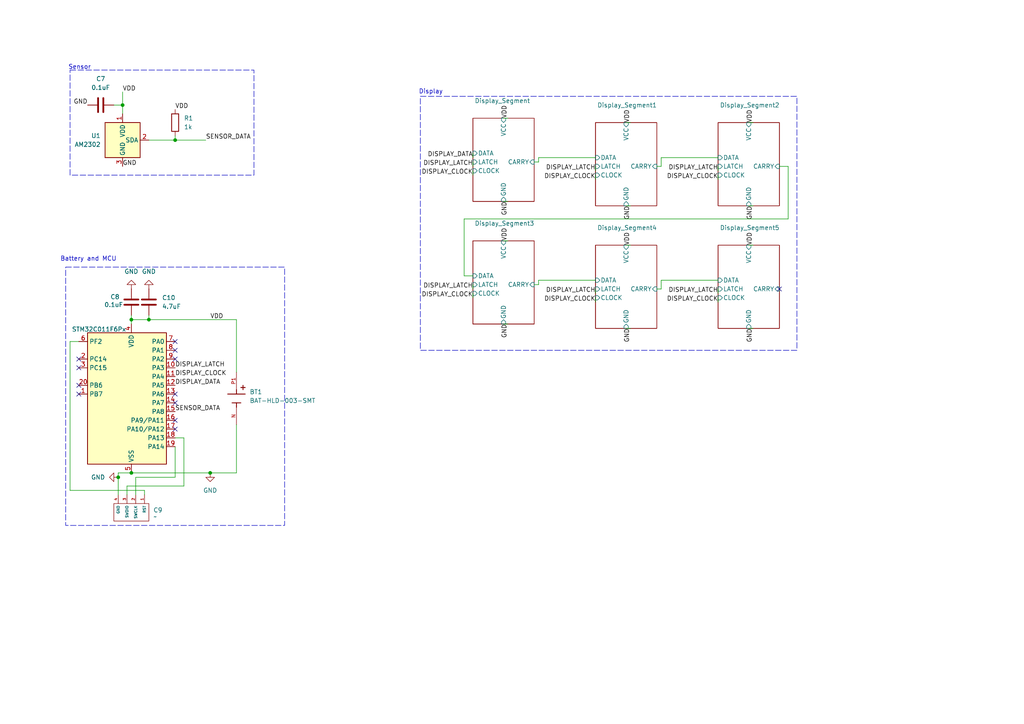
<source format=kicad_sch>
(kicad_sch (version 20231120) (generator "eeschema") (generator_version "8.0")
  (paper "A4")
  (title_block (title "Thermometer") (rev "0.1") (comment 1 "A simple temperature and humidity sensor"))
  (lib_symbols
    (symbol "Device:C" (pin_numbers hide) (pin_names (offset 0.254))
      (property "Reference" "C" (at 0.635 2.54 0))
      (property "Value" "C" (at 0.635 -2.54 0))
      (symbol "C_0_1"
        (polyline (pts (xy -2.032 -0.762) (xy 2.032 -0.762)) (stroke (width 0.508)))
        (polyline (pts (xy -2.032 0.762) (xy 2.032 0.762)) (stroke (width 0.508)))
      )
      (symbol "C_1_1"
        (pin passive line (at 0 3.81 270) (length 2.794) (name "~") (number "1"))
        (pin passive line (at 0 -3.81 90) (length 2.794) (name "~") (number "2"))
      )
    )
    (symbol "Device:R" (pin_numbers hide) (pin_names (offset 0))
      (property "Reference" "R" (at 2.032 0 90))
      (property "Value" "R" (at 0 0 90))
      (symbol "R_0_1"
        (rectangle (start -1.016 -2.54) (end 1.016 2.54) (stroke (width 0.254)))
      )
      (symbol "R_1_1"
        (pin passive line (at 0 3.81 270) (length 1.27) (name "~") (number "1"))
        (pin passive line (at 0 -3.81 90) (length 1.27) (name "~") (number "2"))
      )
    )
    (symbol "MCU_ST_STM32C0:STM32C011F6Px"
      (property "Reference" "U" (at -10.16 21.59 0))
      (property "Value" "STM32C011F6Px" (at 5.08 21.59 0))
      (symbol "STM32C011F6Px_0_1"
        (rectangle (start -10.16 -17.78) (end 12.7 20.32) (stroke (width 0.254)) (fill (type background)))
      )
      (symbol "STM32C011F6Px_1_1"
        (pin bidirectional line (at -12.7 2.54 0) (length 2.54) (name "PB7") (number "1"))
        (pin bidirectional line (at 15.24 10.16 180) (length 2.54) (name "PA3") (number "10"))
        (pin bidirectional line (at 15.24 7.62 180) (length 2.54) (name "PA4") (number "11"))
        (pin bidirectional line (at 15.24 5.08 180) (length 2.54) (name "PA5") (number "12"))
        (pin bidirectional line (at 15.24 2.54 180) (length 2.54) (name "PA6") (number "13"))
        (pin bidirectional line (at 15.24 0 180) (length 2.54) (name "PA7") (number "14"))
        (pin bidirectional line (at 15.24 -2.54 180) (length 2.54) (name "PA8") (number "15"))
        (pin bidirectional line (at 15.24 -5.08 180) (length 2.54) (name "PA9/PA11") (number "16"))
        (pin bidirectional line (at 15.24 -7.62 180) (length 2.54) (name "PA10/PA12") (number "17"))
        (pin bidirectional line (at 15.24 -10.16 180) (length 2.54) (name "PA13") (number "18"))
        (pin bidirectional line (at 15.24 -12.7 180) (length 2.54) (name "PA14") (number "19"))
        (pin bidirectional line (at -12.7 12.7 0) (length 2.54) (name "PC14") (number "2"))
        (pin bidirectional line (at -12.7 5.08 0) (length 2.54) (name "PB6") (number "20"))
        (pin bidirectional line (at -12.7 10.16 0) (length 2.54) (name "PC15") (number "3"))
        (pin power_in line (at 2.54 22.86 270) (length 2.54) (name "VDD") (number "4"))
        (pin power_in line (at 2.54 -20.32 90) (length 2.54) (name "VSS") (number "5"))
        (pin bidirectional line (at -12.7 17.78 0) (length 2.54) (name "PF2") (number "6"))
        (pin bidirectional line (at 15.24 17.78 180) (length 2.54) (name "PA0") (number "7"))
        (pin bidirectional line (at 15.24 15.24 180) (length 2.54) (name "PA1") (number "8"))
        (pin bidirectional line (at 15.24 12.7 180) (length 2.54) (name "PA2") (number "9"))
      )
    )
    (symbol "SWD-INT-TH_1"
      (property "Reference" "C" (at 0 3.048 0))
      (symbol "SWD-INT-TH_1_1_1"
        (rectangle (start -6.35 1.27) (end 3.81 -3.81))
        (pin passive line (at -5.08 -6.35 90) (length 2.54) (name "RST") (number "1"))
        (pin bidirectional line (at -2.54 -6.35 90) (length 2.54) (name "SWCLK") (number "2"))
        (pin bidirectional line (at 0 -6.35 90) (length 2.54) (name "SWDIO") (number "3"))
        (pin power_in line (at 2.54 -6.35 90) (length 2.54) (name "GND") (number "4"))
      )
    )
    (symbol "Sensor:AM2302"
      (property "Reference" "U" (at -3.81 6.35 0))
      (property "Value" "AM2302" (at 3.81 6.35 0))
      (symbol "AM2302_0_1"
        (rectangle (start -5.08 5.08) (end 5.08 -5.08) (stroke (width 0.254)) (fill (type background)))
      )
      (symbol "AM2302_1_1"
        (pin power_in line (at 0 7.62 270) (length 2.54) (name "VDD") (number "1"))
        (pin bidirectional line (at 7.62 0 180) (length 2.54) (name "SDA") (number "2"))
        (pin power_in line (at 0 -7.62 90) (length 2.54) (name "GND") (number "3"))
        (pin passive line (at 0 -7.62 90) (length 2.54) hide (name "GND") (number "4"))
      )
    )
    (symbol "my_lib:BAT-HLD-003-SMT" (pin_names (offset 0.002))
      (property "Reference" "BT" (at -1.27 3.81 0))
      (property "Value" "BAT-HLD-003-SMT" (at -8.89 -5.08 0))
      (symbol "BAT-HLD-003-SMT_0_0"
        (polyline (pts (xy -3.81 1.905) (xy -2.54 1.905)) (stroke (width 0.254)))
        (polyline (pts (xy -3.175 2.54) (xy -3.175 1.27)) (stroke (width 0.254)))
        (polyline (pts (xy -1.27 0) (xy -2.54 0)) (stroke (width 0.254)))
        (polyline (pts (xy -1.27 0) (xy -1.27 -2.54)) (stroke (width 0.254)))
        (polyline (pts (xy -1.27 2.54) (xy -1.27 0)) (stroke (width 0.254)))
        (polyline (pts (xy 1.27 0) (xy 1.27 -1.27)) (stroke (width 0.254)))
        (polyline (pts (xy 1.27 0) (xy 2.54 0)) (stroke (width 0.254)))
        (polyline (pts (xy 1.27 1.27) (xy 1.27 0)) (stroke (width 0.254)))
      )
      (symbol "BAT-HLD-003-SMT_1_0"
        (pin power_out line (at 7.62 0 180) (length 5.08) (name "~") (number "N"))
        (pin power_out line (at -7.62 0 0) (length 5.08) (name "~") (number "P1"))
      )
    )
    (symbol "power:GND" (power) (pin_numbers hide) (pin_names (offset 0) hide)
      (property "Value" "GND" (at 0 -3.81 0))
      (symbol "GND_0_1"
        (polyline (pts (xy 0 0) (xy 0 -1.27) (xy 1.27 -1.27) (xy 0 -2.54) (xy -1.27 -1.27) (xy 0 -1.27)))
      )
      (symbol "GND_1_1"
        (pin power_in line (at 0 0 270) (length 0) (name "~") (number "1"))
      )
    )
  )
  (junction (at 60.96 137.16))
  (junction (at 38.1 92.71))
  (junction (at 34.29 138.43))
  (junction (at 50.8 40.64))
  (junction (at 43.18 92.71))
  (junction (at 35.56 30.48))
  (junction (at 38.1 137.16))
  (no_connect (at 22.86 114.3))
  (no_connect (at 50.8 99.06))
  (no_connect (at 50.8 121.92))
  (no_connect (at 22.86 106.68))
  (no_connect (at 50.8 124.46))
  (no_connect (at 50.8 104.14))
  (no_connect (at 50.8 101.6))
  (no_connect (at 22.86 104.14))
  (no_connect (at 226.06 83.82))
  (no_connect (at 22.86 111.76))
  (no_connect (at 50.8 114.3))
  (no_connect (at 50.8 116.84))
  (wire (pts (xy 68.58 92.71) (xy 68.58 107.95)))
  (wire (pts (xy 50.8 127) (xy 53.34 127)))
  (wire (pts (xy 208.28 85.09) (xy 208.28 83.82)))
  (wire (pts (xy 53.34 127) (xy 53.34 140.97)))
  (wire (pts (xy 68.58 123.19) (xy 68.58 137.16)))
  (wire (pts (xy 156.21 82.55) (xy 156.21 81.28)))
  (wire (pts (xy 190.5 83.82) (xy 191.77 83.82)))
  (wire (pts (xy 147.32 34.29) (xy 146.05 34.29)))
  (wire (pts (xy 60.96 137.16) (xy 68.58 137.16)))
  (wire (pts (xy 191.77 83.82) (xy 191.77 81.28)))
  (wire (pts (xy 43.18 92.71) (xy 68.58 92.71)))
  (wire (pts (xy 172.72 52.07) (xy 172.72 50.8)))
  (wire (pts (xy 53.34 140.97) (xy 36.83 140.97)))
  (wire (pts (xy 182.88 35.56) (xy 181.61 35.56)))
  (wire (pts (xy 137.16 48.26) (xy 137.16 46.99)))
  (wire (pts (xy 156.21 81.28) (xy 172.72 81.28)))
  (wire (pts (xy 191.77 81.28) (xy 208.28 81.28)))
  (wire (pts (xy 20.32 99.06) (xy 20.32 142.24)))
  (wire (pts (xy 226.06 48.26) (xy 228.6 48.26)))
  (wire (pts (xy 33.02 30.48) (xy 35.56 30.48)))
  (wire (pts (xy 172.72 87.63) (xy 172.72 86.36)))
  (wire (pts (xy 35.56 26.67) (xy 35.56 30.48)))
  (wire (pts (xy 208.28 52.07) (xy 208.28 50.8)))
  (wire (pts (xy 35.56 30.48) (xy 35.56 33.02)))
  (wire (pts (xy 134.62 80.01) (xy 137.16 80.01)))
  (wire (pts (xy 34.29 137.16) (xy 34.29 138.43)))
  (wire (pts (xy 38.1 91.44) (xy 38.1 92.71)))
  (wire (pts (xy 36.83 140.97) (xy 36.83 143.51)))
  (wire (pts (xy 137.16 86.36) (xy 137.16 85.09)))
  (wire (pts (xy 137.16 45.72) (xy 137.16 44.45)))
  (wire (pts (xy 156.21 45.72) (xy 172.72 45.72)))
  (wire (pts (xy 50.8 138.43) (xy 39.37 138.43)))
  (wire (pts (xy 154.94 46.99) (xy 156.21 46.99)))
  (wire (pts (xy 208.28 87.63) (xy 208.28 86.36)))
  (wire (pts (xy 191.77 45.72) (xy 208.28 45.72)))
  (wire (pts (xy 218.44 59.69) (xy 217.17 59.69)))
  (wire (pts (xy 172.72 49.53) (xy 172.72 48.26)))
  (wire (pts (xy 43.18 40.64) (xy 50.8 40.64)))
  (wire (pts (xy 190.5 48.26) (xy 191.77 48.26)))
  (wire (pts (xy 20.32 142.24) (xy 41.91 142.24)))
  (wire (pts (xy 147.32 58.42) (xy 146.05 58.42)))
  (wire (pts (xy 228.6 63.5) (xy 134.62 63.5)))
  (wire (pts (xy 137.16 83.82) (xy 137.16 82.55)))
  (wire (pts (xy 191.77 48.26) (xy 191.77 45.72)))
  (wire (pts (xy 182.88 95.25) (xy 181.61 95.25)))
  (wire (pts (xy 137.16 50.8) (xy 137.16 49.53)))
  (wire (pts (xy 38.1 137.16) (xy 60.96 137.16)))
  (wire (pts (xy 218.44 95.25) (xy 217.17 95.25)))
  (wire (pts (xy 208.28 49.53) (xy 208.28 48.26)))
  (wire (pts (xy 38.1 137.16) (xy 34.29 137.16)))
  (wire (pts (xy 34.29 138.43) (xy 34.29 143.51)))
  (wire (pts (xy 172.72 85.09) (xy 172.72 83.82)))
  (wire (pts (xy 147.32 93.98) (xy 146.05 93.98)))
  (wire (pts (xy 50.8 40.64) (xy 59.69 40.64)))
  (wire (pts (xy 41.91 142.24) (xy 41.91 143.51)))
  (wire (pts (xy 218.44 35.56) (xy 217.17 35.56)))
  (wire (pts (xy 154.94 82.55) (xy 156.21 82.55)))
  (wire (pts (xy 38.1 92.71) (xy 38.1 93.98)))
  (wire (pts (xy 50.8 129.54) (xy 50.8 138.43)))
  (wire (pts (xy 50.8 39.37) (xy 50.8 40.64)))
  (wire (pts (xy 156.21 46.99) (xy 156.21 45.72)))
  (wire (pts (xy 218.44 71.12) (xy 217.17 71.12)))
  (wire (pts (xy 22.86 99.06) (xy 20.32 99.06)))
  (wire (pts (xy 134.62 63.5) (xy 134.62 80.01)))
  (wire (pts (xy 182.88 71.12) (xy 181.61 71.12)))
  (wire (pts (xy 39.37 138.43) (xy 39.37 143.51)))
  (wire (pts (xy 147.32 69.85) (xy 146.05 69.85)))
  (wire (pts (xy 228.6 48.26) (xy 228.6 63.5)))
  (wire (pts (xy 43.18 91.44) (xy 43.18 92.71)))
  (wire (pts (xy 182.88 59.69) (xy 181.61 59.69)))
  (wire (pts (xy 43.18 92.71) (xy 38.1 92.71)))
  (rectangle (start 20.32 20.32) (end 73.66 50.8) (stroke (width 0) (type dash)))
  (rectangle (start 19.05 77.47) (end 82.55 152.4) (stroke (width 0) (type dash)))
  (rectangle (start 121.92 27.94) (end 231.14 101.6) (stroke (width 0) (type dash)))
  (text "Sensor" (at 23.114 19.558 0) (effects (font (size 1.27 1.27))))
  (text "Display" (at 124.968 26.67 0) (effects (font (size 1.27 1.27))))
  (text "Battery and MCU\n" (at 25.654 75.184 0) (effects (font (size 1.27 1.27))))
  (label "DISPLAY_DATA" (at 137.16 45.72 180))
  (label "DISPLAY_CLOCK" (at 208.28 52.07 180))
  (label "GND" (at 147.32 93.98 270))
  (label "DISPLAY_LATCH" (at 137.16 48.26 180))
  (label "DISPLAY_LATCH" (at 208.28 85.09 180))
  (label "SENSOR_DATA" (at 59.69 40.64 0))
  (label "VDD" (at 182.88 71.12 90))
  (label "VDD" (at 218.44 35.56 90))
  (label "VDD" (at 147.32 34.29 90))
  (label "GND" (at 147.32 58.42 270))
  (label "GND" (at 218.44 95.25 270))
  (label "DISPLAY_LATCH" (at 137.16 83.82 180))
  (label "VDD" (at 218.44 71.12 90))
  (label "GND" (at 182.88 95.25 270))
  (label "DISPLAY_DATA" (at 50.8 111.76 0))
  (label "DISPLAY_CLOCK" (at 137.16 50.8 180))
  (label "GND" (at 25.4 30.48 180))
  (label "GND" (at 35.56 48.26 0))
  (label "DISPLAY_CLOCK" (at 50.8 109.22 0))
  (label "VDD" (at 147.32 69.85 90))
  (label "DISPLAY_LATCH" (at 50.8 106.68 0))
  (label "DISPLAY_CLOCK" (at 208.28 87.63 180))
  (label "DISPLAY_LATCH" (at 172.72 85.09 180))
  (label "DISPLAY_CLOCK" (at 137.16 86.36 180))
  (label "DISPLAY_LATCH" (at 208.28 49.53 180))
  (label "VDD" (at 60.96 92.71 0))
  (label "DISPLAY_LATCH" (at 172.72 49.53 180))
  (label "VDD" (at 50.8 31.75 0))
  (label "GND" (at 218.44 59.69 270))
  (label "DISPLAY_CLOCK" (at 172.72 52.07 180))
  (label "DISPLAY_CLOCK" (at 172.72 87.63 180))
  (label "SENSOR_DATA" (at 50.8 119.38 0))
  (label "VDD" (at 35.56 26.67 0))
  (label "VDD" (at 182.88 35.56 90))
  (label "GND" (at 182.88 59.69 270))
  (symbol (lib_id "Sensor:AM2302") (at 35.56 40.64 0) (unit 1)
    (property "Reference" "U1" (at 29.21 39.3699 0) (effects (justify right)))
    (property "Value" "AM2302" (at 29.21 41.9099 0) (effects (justify right)))
    (property "Footprint" "Sensor:ASAIR_AM2302_P2.54mm_Vertical" (effects (hide yes)))
    (property "Datasheet" "http://akizukidenshi.com/download/ds/aosong/AM2302.pdf" (effects (hide yes)))
    (property "Description" "3.3 to 5.0V, Temperature and humidity module,  DHT22, AM2302" (effects (hide yes)))
  )
  (symbol (lib_id "power:GND") (at 34.29 138.43 270) (unit 1)
    (property "Reference" "#PWR04" (effects (hide yes)))
    (property "Value" "GND" (at 30.48 138.4299 90) (effects (justify right)))
    (property "Description" "Power symbol creates a global label with name \"GND\" , ground" (effects (hide yes)))
  )
  (symbol (lib_id "Device:C") (at 43.18 87.63 0) (unit 1)
    (property "Reference" "C10" (at 46.99 86.3599 0) (effects (justify left)))
    (property "Value" "4.7uF" (at 46.99 88.8999 0) (effects (justify left)))
    (property "Footprint" "my_lib:Capacitor-4.7uF-0603-C76615" (effects (hide yes)))
    (property "Description" "Unpolarized capacitor" (effects (hide yes)))
  )
  (symbol (lib_id "Device:C") (at 29.21 30.48 90) (unit 1)
    (property "Reference" "C7" (at 29.21 22.86 90))
    (property "Value" "0.1uF" (at 29.21 25.4 90))
    (property "Footprint" "my_lib:Capacitor-0.1uF-0603-C125205" (effects (hide yes)))
    (property "Description" "Unpolarized capacitor" (effects (hide yes)))
  )
  (symbol (lib_id "Device:R") (at 50.8 35.56 0) (unit 1)
    (property "Reference" "R1" (at 53.34 34.2899 0) (effects (justify left)))
    (property "Value" "1k" (at 53.34 36.8299 0) (effects (justify left)))
    (property "Footprint" "my_lib:Resistor-1kO-0603-C4410" (effects (hide yes)))
    (property "Description" "Resistor" (effects (hide yes)))
  )
  (symbol (lib_id "MCU_ST_STM32C0:STM32C011F6Px") (at 35.56 116.84 0) (unit 1)
    (property "Reference" "U9" (effects (hide yes)))
    (property "Value" "STM32C011F6Px" (at 20.828 95.504 0) (effects (justify left)))
    (property "Footprint" "Package_SO:TSSOP-20_4.4x6.5mm_P0.65mm" (effects (hide yes)))
    (property "Datasheet" "https://www.st.com/resource/en/datasheet/stm32c011f6.pdf" (effects (hide yes)))
    (property "Description" "STMicroelectronics Arm Cortex-M0+ MCU, 32KB flash, 6KB RAM, 48 MHz, 2.0-3.6V, 18 GPIO, TSSOP20" (effects (hide yes)))
  )
  (symbol (lib_id "power:GND") (at 43.18 83.82 180) (unit 1)
    (property "Reference" "#PWR05" (effects (hide yes)))
    (property "Value" "GND" (at 43.18 78.74 0))
    (property "Description" "Power symbol creates a global label with name \"GND\" , ground" (effects (hide yes)))
  )
  (symbol (lib_id "power:GND") (at 38.1 83.82 180) (unit 1)
    (property "Reference" "#PWR02" (effects (hide yes)))
    (property "Value" "GND" (at 38.1 78.74 0))
    (property "Description" "Power symbol creates a global label with name \"GND\" , ground" (effects (hide yes)))
  )
  (symbol (lib_name "SWD-INT-TH_1") (lib_id "custom:SWD-INT-TH") (at 36.83 149.86 180) (unit 1)
    (property "Reference" "C9" (at 44.45 147.9549 0) (effects (justify right)))
    (property "Value" "~" (at 44.45 149.86 0) (effects (justify right)))
    (property "Footprint" "custom:SWD-Interface" (effects (hide yes)))
  )
  (symbol (lib_id "power:GND") (at 60.96 137.16 0) (unit 1)
    (property "Reference" "#PWR03" (effects (hide yes)))
    (property "Value" "GND" (at 60.96 142.24 0))
    (property "Description" "Power symbol creates a global label with name \"GND\" , ground" (effects (hide yes)))
  )
  (symbol (lib_id "my_lib:BAT-HLD-003-SMT") (at 68.58 115.57 270) (unit 1)
    (property "Reference" "BT1" (at 72.39 113.6649 90) (effects (justify left)))
    (property "Value" "BAT-HLD-003-SMT" (at 72.39 116.2049 90) (effects (justify left)))
    (property "Footprint" "my_lib:BAT-HLD-003-SMT" (effects (hide yes)))
    (property "Datasheet" "https://www.te.com/commerce/DocumentDelivery/DDEController?Action=srchrtrv&DocNm=BAT-HLD-003-SMT-TR&DocType=Data+Sheet&DocLang=English&DocFormat=pdf&PartCntxt=BAT-HLD-003-SMT-TR" (effects (hide yes)))
  )
  (symbol (lib_id "Device:C") (at 38.1 87.63 0) (unit 1)
    (property "Reference" "C8" (at 32.004 86.106 0) (effects (justify left)))
    (property "Value" "0.1uF" (at 30.226 88.392 0) (effects (justify left)))
    (property "Footprint" "my_lib:Capacitor-0.1uF-0603-C125205" (effects (hide yes)))
    (property "Description" "Unpolarized capacitor" (effects (hide yes)))
  )
  (sheet (at 172.72 35.56) (size 17.78 24.13) (stroke (width 0.1524))
    (property "Sheetname" "Display_Segment1" (at 173.228 31.242 0) (effects (justify left bottom)))
    (property "Sheetfile" "display_segment.kicad_sch" (effects (hide yes)))
    (pin "GND" input (at 181.61 59.69 270))
    (pin "CLOCK" input (at 172.72 50.8 180))
    (pin "VCC" input (at 181.61 35.56 90))
    (pin "CARRY" input (at 190.5 48.26 0))
    (pin "DATA" input (at 172.72 45.72 180))
    (pin "LATCH" input (at 172.72 48.26 180))
  )
  (sheet (at 208.28 71.12) (size 17.78 24.13) (stroke (width 0.1524))
    (property "Sheetname" "Display_Segment5" (at 208.788 66.802 0) (effects (justify left bottom)))
    (property "Sheetfile" "display_segment.kicad_sch" (effects (hide yes)))
    (pin "GND" input (at 217.17 95.25 270))
    (pin "CLOCK" input (at 208.28 86.36 180))
    (pin "VCC" input (at 217.17 71.12 90))
    (pin "CARRY" input (at 226.06 83.82 0))
    (pin "DATA" input (at 208.28 81.28 180))
    (pin "LATCH" input (at 208.28 83.82 180))
  )
  (sheet (at 208.28 35.56) (size 17.78 24.13) (stroke (width 0.1524))
    (property "Sheetname" "Display_Segment2" (at 208.788 31.242 0) (effects (justify left bottom)))
    (property "Sheetfile" "display_segment.kicad_sch" (effects (hide yes)))
    (pin "GND" input (at 217.17 59.69 270))
    (pin "CLOCK" input (at 208.28 50.8 180))
    (pin "VCC" input (at 217.17 35.56 90))
    (pin "CARRY" input (at 226.06 48.26 0))
    (pin "DATA" input (at 208.28 45.72 180))
    (pin "LATCH" input (at 208.28 48.26 180))
  )
  (sheet (at 137.16 34.29) (size 17.78 24.13) (stroke (width 0.1524))
    (property "Sheetname" "Display_Segment" (at 137.668 29.972 0) (effects (justify left bottom)))
    (property "Sheetfile" "display_segment.kicad_sch" (effects (hide yes)))
    (pin "GND" input (at 146.05 58.42 270))
    (pin "CLOCK" input (at 137.16 49.53 180))
    (pin "VCC" input (at 146.05 34.29 90))
    (pin "CARRY" input (at 154.94 46.99 0))
    (pin "DATA" input (at 137.16 44.45 180))
    (pin "LATCH" input (at 137.16 46.99 180))
  )
  (sheet (at 137.16 69.85) (size 17.78 24.13) (stroke (width 0.1524))
    (property "Sheetname" "Display_Segment3" (at 137.668 65.532 0) (effects (justify left bottom)))
    (property "Sheetfile" "display_segment.kicad_sch" (effects (hide yes)))
    (pin "GND" input (at 146.05 93.98 270))
    (pin "CLOCK" input (at 137.16 85.09 180))
    (pin "VCC" input (at 146.05 69.85 90))
    (pin "CARRY" input (at 154.94 82.55 0))
    (pin "DATA" input (at 137.16 80.01 180))
    (pin "LATCH" input (at 137.16 82.55 180))
  )
  (sheet (at 172.72 71.12) (size 17.78 24.13) (stroke (width 0.1524))
    (property "Sheetname" "Display_Segment4" (at 173.228 66.802 0) (effects (justify left bottom)))
    (property "Sheetfile" "display_segment.kicad_sch" (effects (hide yes)))
    (pin "GND" input (at 181.61 95.25 270))
    (pin "CLOCK" input (at 172.72 86.36 180))
    (pin "VCC" input (at 181.61 71.12 90))
    (pin "CARRY" input (at 190.5 83.82 0))
    (pin "DATA" input (at 172.72 81.28 180))
    (pin "LATCH" input (at 172.72 83.82 180))
  )
)
</source>
